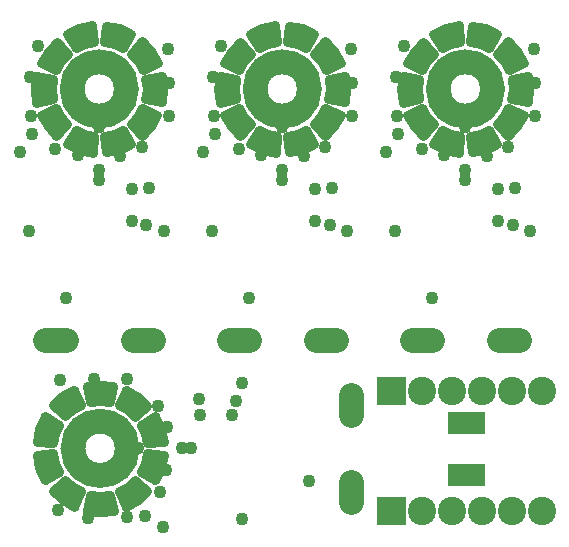
<source format=gbr>
%FSLAX34Y34*%
%MOMM*%
%LNSOLDERMASK_TOP*%
G71*
G01*
%ADD10C, 2.400*%
%ADD11R, 0.700X1.850*%
%ADD12C, 1.100*%
%ADD13C, 2.100*%
%ADD14C, 0.750*%
%ADD15R, 1.300X1.300*%
%LPD*%
G36*
X343597Y-459325D02*
X367597Y-459325D01*
X367597Y-483325D01*
X343597Y-483325D01*
X343597Y-459325D01*
G37*
X380997Y-471325D02*
G54D10*
D03*
X406397Y-471325D02*
G54D10*
D03*
X431797Y-471325D02*
G54D10*
D03*
X457197Y-471325D02*
G54D10*
D03*
X457197Y-369725D02*
G54D10*
D03*
X431797Y-369725D02*
G54D10*
D03*
X406397Y-369725D02*
G54D10*
D03*
X380997Y-369725D02*
G54D10*
D03*
G36*
X343597Y-357725D02*
X367597Y-357725D01*
X367597Y-381725D01*
X343597Y-381725D01*
X343597Y-357725D01*
G37*
X406600Y-441000D02*
G54D11*
D03*
X406600Y-397000D02*
G54D11*
D03*
X411600Y-441000D02*
G54D11*
D03*
X411600Y-397000D02*
G54D11*
D03*
X416600Y-441000D02*
G54D11*
D03*
X416600Y-397000D02*
G54D11*
D03*
X421600Y-441000D02*
G54D11*
D03*
X421600Y-397000D02*
G54D11*
D03*
X426600Y-441000D02*
G54D11*
D03*
X426600Y-397000D02*
G54D11*
D03*
X431600Y-441000D02*
G54D11*
D03*
X431600Y-397000D02*
G54D11*
D03*
X482597Y-471325D02*
G54D10*
D03*
X482597Y-369725D02*
G54D10*
D03*
X108000Y-146000D02*
G54D12*
D03*
X166000Y-80000D02*
G54D12*
D03*
X167000Y-109000D02*
G54D12*
D03*
X167000Y-137000D02*
G54D12*
D03*
X126000Y-171000D02*
G54D12*
D03*
X90000Y-170000D02*
G54D12*
D03*
X50000Y-137000D02*
G54D12*
D03*
X49000Y-104000D02*
G54D12*
D03*
X56000Y-78000D02*
G54D12*
D03*
G54D13*
X136500Y-326500D02*
X153500Y-326500D01*
G54D13*
X62500Y-326500D02*
X79500Y-326500D01*
X150000Y-198000D02*
G54D12*
D03*
X163000Y-234000D02*
G54D12*
D03*
X136000Y-226000D02*
G54D12*
D03*
X136000Y-199000D02*
G54D12*
D03*
X144000Y-163000D02*
G54D12*
D03*
X148000Y-229000D02*
G54D12*
D03*
X48500Y-234000D02*
G54D12*
D03*
X71000Y-165000D02*
G54D12*
D03*
X41000Y-167000D02*
G54D12*
D03*
X80000Y-291000D02*
G54D12*
D03*
X51000Y-152000D02*
G54D12*
D03*
X108000Y-183000D02*
G54D12*
D03*
X108000Y-191000D02*
G54D12*
D03*
G54D13*
G75*
G01X131000Y-114000D02*
G03X131000Y-114000I-23000J0D01*
G01*
G36*
X112250Y-74250D02*
X113644Y-60296D01*
X124687Y-62643D01*
X135000Y-67235D01*
X128000Y-79500D01*
X120500Y-76000D01*
X112250Y-74250D01*
G37*
G54D14*
X112250Y-74250D02*
X113644Y-60296D01*
X124687Y-62643D01*
X135000Y-67235D01*
X128000Y-79500D01*
X120500Y-76000D01*
X112250Y-74250D01*
G36*
X135119Y-84234D02*
X144449Y-73765D01*
X152003Y-82154D01*
X157648Y-91931D01*
X144775Y-97739D01*
X140765Y-90499D01*
X135119Y-84234D01*
G37*
G54D14*
X135119Y-84234D02*
X144449Y-73765D01*
X152003Y-82154D01*
X157648Y-91931D01*
X144775Y-97739D01*
X140765Y-90499D01*
X135119Y-84234D01*
G36*
X147170Y-105645D02*
X160872Y-102659D01*
X162052Y-113886D01*
X160872Y-125114D01*
X147044Y-122246D01*
X148055Y-114032D01*
X147170Y-105645D01*
G37*
G54D14*
X147170Y-105645D02*
X160872Y-102659D01*
X162052Y-113886D01*
X160872Y-125114D01*
X147044Y-122246D01*
X148055Y-114032D01*
X147170Y-105645D01*
G36*
X144491Y-130325D02*
X157332Y-135964D01*
X151687Y-145740D01*
X144133Y-154130D01*
X134631Y-143682D01*
X140277Y-137631D01*
X144491Y-130325D01*
G37*
G54D14*
X144491Y-130325D02*
X157332Y-135964D01*
X151687Y-145740D01*
X144133Y-154130D01*
X134631Y-143682D01*
X140277Y-137631D01*
X144491Y-130325D01*
G36*
X128020Y-148712D02*
X135094Y-160821D01*
X124780Y-165413D01*
X113738Y-167760D01*
X112192Y-153723D01*
X120317Y-152146D01*
X128020Y-148712D01*
G37*
G54D14*
X128020Y-148712D02*
X135094Y-160821D01*
X124780Y-165413D01*
X113738Y-167760D01*
X112192Y-153723D01*
X120317Y-152146D01*
X128020Y-148712D01*
G36*
X103777Y-153852D02*
X102383Y-167806D01*
X91340Y-165459D01*
X81027Y-160867D01*
X88027Y-148602D01*
X95527Y-152102D01*
X103777Y-153852D01*
G37*
G54D14*
X103777Y-153852D02*
X102383Y-167806D01*
X91340Y-165459D01*
X81027Y-160867D01*
X88027Y-148602D01*
X95527Y-152102D01*
X103777Y-153852D01*
G36*
X81158Y-143618D02*
X71828Y-154087D01*
X64274Y-145698D01*
X58629Y-135921D01*
X71502Y-130113D01*
X75512Y-137353D01*
X81158Y-143618D01*
G37*
G54D14*
X81158Y-143618D02*
X71828Y-154087D01*
X64274Y-145698D01*
X58629Y-135921D01*
X71502Y-130113D01*
X75512Y-137353D01*
X81158Y-143618D01*
G36*
X68607Y-122457D02*
X54904Y-125443D01*
X53724Y-114216D01*
X54904Y-102988D01*
X68733Y-105856D01*
X67722Y-114070D01*
X68607Y-122457D01*
G37*
G54D14*
X68607Y-122457D02*
X54904Y-125443D01*
X53724Y-114216D01*
X54904Y-102988D01*
X68733Y-105856D01*
X67722Y-114070D01*
X68607Y-122457D01*
G36*
X71509Y-97675D02*
X58668Y-92036D01*
X64313Y-82260D01*
X71867Y-73870D01*
X81369Y-84318D01*
X75723Y-90369D01*
X71509Y-97675D01*
G37*
G54D14*
X71509Y-97675D02*
X58668Y-92036D01*
X64313Y-82260D01*
X71867Y-73870D01*
X81369Y-84318D01*
X75723Y-90369D01*
X71509Y-97675D01*
G36*
X87980Y-79287D02*
X80906Y-67178D01*
X91219Y-62586D01*
X102262Y-60239D01*
X103808Y-74277D01*
X95683Y-75854D01*
X87980Y-79287D01*
G37*
G54D14*
X87980Y-79287D02*
X80906Y-67178D01*
X91219Y-62586D01*
X102262Y-60239D01*
X103808Y-74277D01*
X95683Y-75854D01*
X87980Y-79287D01*
X155000Y-114000D02*
G54D15*
D03*
X62000Y-114000D02*
G54D15*
D03*
G36*
X117827Y-61810D02*
X130190Y-65827D01*
X126173Y-78190D01*
X113810Y-74173D01*
X117827Y-61810D01*
G37*
G36*
X147438Y-77921D02*
X155079Y-88438D01*
X144562Y-96079D01*
X136921Y-85562D01*
X147438Y-77921D01*
G37*
G36*
X155079Y-139562D02*
X147438Y-150079D01*
X136921Y-142438D01*
X144562Y-131921D01*
X155079Y-139562D01*
G37*
G36*
X130190Y-162174D02*
X117827Y-166190D01*
X113810Y-153827D01*
X126173Y-149810D01*
X130190Y-162174D01*
G37*
G36*
X98173Y-166191D02*
X85809Y-162173D01*
X89827Y-149809D01*
X102191Y-153827D01*
X98173Y-166191D01*
G37*
G36*
X69562Y-150079D02*
X61921Y-139562D01*
X72438Y-131921D01*
X80079Y-142438D01*
X69562Y-150079D01*
G37*
G36*
X69562Y-77921D02*
X80079Y-85562D01*
X72438Y-96079D01*
X61921Y-88438D01*
X69562Y-77921D01*
G37*
G36*
X98173Y-61810D02*
X102190Y-74173D01*
X89827Y-78190D01*
X85810Y-65827D01*
X98173Y-61810D01*
G37*
X263000Y-146000D02*
G54D12*
D03*
X321000Y-80000D02*
G54D12*
D03*
X322000Y-109000D02*
G54D12*
D03*
X322000Y-137000D02*
G54D12*
D03*
X281000Y-171000D02*
G54D12*
D03*
X245000Y-170000D02*
G54D12*
D03*
X205000Y-137000D02*
G54D12*
D03*
X204000Y-104000D02*
G54D12*
D03*
X211000Y-78000D02*
G54D12*
D03*
G54D13*
X291500Y-326500D02*
X308500Y-326500D01*
G54D13*
X217500Y-326500D02*
X234500Y-326500D01*
X305000Y-198000D02*
G54D12*
D03*
X318000Y-234000D02*
G54D12*
D03*
X291000Y-226000D02*
G54D12*
D03*
X291000Y-199000D02*
G54D12*
D03*
X299000Y-163000D02*
G54D12*
D03*
X303000Y-229000D02*
G54D12*
D03*
X203500Y-234000D02*
G54D12*
D03*
X226000Y-165000D02*
G54D12*
D03*
X196000Y-167000D02*
G54D12*
D03*
X235000Y-291000D02*
G54D12*
D03*
X206000Y-152000D02*
G54D12*
D03*
X263000Y-183000D02*
G54D12*
D03*
X263000Y-191000D02*
G54D12*
D03*
G54D13*
G75*
G01X286000Y-114000D02*
G03X286000Y-114000I-23000J0D01*
G01*
G36*
X267250Y-74250D02*
X268644Y-60296D01*
X279687Y-62643D01*
X290000Y-67235D01*
X283000Y-79500D01*
X275500Y-76000D01*
X267250Y-74250D01*
G37*
G54D14*
X267250Y-74250D02*
X268644Y-60296D01*
X279687Y-62643D01*
X290000Y-67235D01*
X283000Y-79500D01*
X275500Y-76000D01*
X267250Y-74250D01*
G36*
X290119Y-84234D02*
X299449Y-73765D01*
X307003Y-82154D01*
X312648Y-91931D01*
X299775Y-97739D01*
X295765Y-90499D01*
X290119Y-84234D01*
G37*
G54D14*
X290119Y-84234D02*
X299449Y-73765D01*
X307003Y-82154D01*
X312648Y-91931D01*
X299775Y-97739D01*
X295765Y-90499D01*
X290119Y-84234D01*
G36*
X302170Y-105645D02*
X315872Y-102659D01*
X317052Y-113886D01*
X315872Y-125114D01*
X302044Y-122246D01*
X303055Y-114032D01*
X302170Y-105645D01*
G37*
G54D14*
X302170Y-105645D02*
X315872Y-102659D01*
X317052Y-113886D01*
X315872Y-125114D01*
X302044Y-122246D01*
X303055Y-114032D01*
X302170Y-105645D01*
G36*
X299491Y-130325D02*
X312332Y-135964D01*
X306687Y-145740D01*
X299133Y-154130D01*
X289631Y-143682D01*
X295277Y-137631D01*
X299491Y-130325D01*
G37*
G54D14*
X299491Y-130325D02*
X312332Y-135964D01*
X306687Y-145740D01*
X299133Y-154130D01*
X289631Y-143682D01*
X295277Y-137631D01*
X299491Y-130325D01*
G36*
X283020Y-148712D02*
X290094Y-160821D01*
X279780Y-165413D01*
X268738Y-167760D01*
X267192Y-153723D01*
X275317Y-152146D01*
X283020Y-148712D01*
G37*
G54D14*
X283020Y-148712D02*
X290094Y-160821D01*
X279780Y-165413D01*
X268738Y-167760D01*
X267192Y-153723D01*
X275317Y-152146D01*
X283020Y-148712D01*
G36*
X258777Y-153852D02*
X257383Y-167806D01*
X246340Y-165459D01*
X236027Y-160867D01*
X243027Y-148602D01*
X250527Y-152102D01*
X258777Y-153852D01*
G37*
G54D14*
X258777Y-153852D02*
X257383Y-167806D01*
X246340Y-165459D01*
X236027Y-160867D01*
X243027Y-148602D01*
X250527Y-152102D01*
X258777Y-153852D01*
G36*
X236158Y-143618D02*
X226828Y-154087D01*
X219274Y-145698D01*
X213629Y-135921D01*
X226502Y-130113D01*
X230512Y-137353D01*
X236158Y-143618D01*
G37*
G54D14*
X236158Y-143618D02*
X226828Y-154087D01*
X219274Y-145698D01*
X213629Y-135921D01*
X226502Y-130113D01*
X230512Y-137353D01*
X236158Y-143618D01*
G36*
X223607Y-122457D02*
X209904Y-125443D01*
X208724Y-114216D01*
X209904Y-102988D01*
X223733Y-105856D01*
X222722Y-114070D01*
X223607Y-122457D01*
G37*
G54D14*
X223607Y-122457D02*
X209904Y-125443D01*
X208724Y-114216D01*
X209904Y-102988D01*
X223733Y-105856D01*
X222722Y-114070D01*
X223607Y-122457D01*
G36*
X226509Y-97675D02*
X213668Y-92036D01*
X219313Y-82260D01*
X226867Y-73870D01*
X236369Y-84318D01*
X230723Y-90369D01*
X226509Y-97675D01*
G37*
G54D14*
X226509Y-97675D02*
X213668Y-92036D01*
X219313Y-82260D01*
X226867Y-73870D01*
X236369Y-84318D01*
X230723Y-90369D01*
X226509Y-97675D01*
G36*
X242980Y-79287D02*
X235906Y-67178D01*
X246219Y-62586D01*
X257262Y-60239D01*
X258808Y-74277D01*
X250683Y-75854D01*
X242980Y-79287D01*
G37*
G54D14*
X242980Y-79287D02*
X235906Y-67178D01*
X246219Y-62586D01*
X257262Y-60239D01*
X258808Y-74277D01*
X250683Y-75854D01*
X242980Y-79287D01*
X310000Y-114000D02*
G54D15*
D03*
X217000Y-114000D02*
G54D15*
D03*
G36*
X272827Y-61810D02*
X285190Y-65827D01*
X281173Y-78190D01*
X268810Y-74173D01*
X272827Y-61810D01*
G37*
G36*
X302438Y-77921D02*
X310079Y-88438D01*
X299562Y-96079D01*
X291921Y-85562D01*
X302438Y-77921D01*
G37*
G36*
X310079Y-139562D02*
X302438Y-150079D01*
X291921Y-142438D01*
X299562Y-131921D01*
X310079Y-139562D01*
G37*
G36*
X285190Y-162174D02*
X272827Y-166190D01*
X268810Y-153827D01*
X281173Y-149810D01*
X285190Y-162174D01*
G37*
G36*
X253173Y-166191D02*
X240809Y-162173D01*
X244827Y-149809D01*
X257191Y-153827D01*
X253173Y-166191D01*
G37*
G36*
X224562Y-150079D02*
X216921Y-139562D01*
X227438Y-131921D01*
X235079Y-142438D01*
X224562Y-150079D01*
G37*
G36*
X224562Y-77921D02*
X235079Y-85562D01*
X227438Y-96079D01*
X216921Y-88438D01*
X224562Y-77921D01*
G37*
G36*
X253173Y-61810D02*
X257190Y-74173D01*
X244827Y-78190D01*
X240810Y-65827D01*
X253173Y-61810D01*
G37*
X418000Y-146000D02*
G54D12*
D03*
X476000Y-80000D02*
G54D12*
D03*
X477000Y-109000D02*
G54D12*
D03*
X477000Y-137000D02*
G54D12*
D03*
X436000Y-171000D02*
G54D12*
D03*
X400000Y-170000D02*
G54D12*
D03*
X360000Y-137000D02*
G54D12*
D03*
X359000Y-104000D02*
G54D12*
D03*
X366000Y-78000D02*
G54D12*
D03*
G54D13*
X446500Y-326500D02*
X463500Y-326500D01*
G54D13*
X372500Y-326500D02*
X389500Y-326500D01*
X460000Y-198000D02*
G54D12*
D03*
X473000Y-234000D02*
G54D12*
D03*
X446000Y-226000D02*
G54D12*
D03*
X446000Y-199000D02*
G54D12*
D03*
X454000Y-163000D02*
G54D12*
D03*
X458000Y-229000D02*
G54D12*
D03*
X358500Y-234000D02*
G54D12*
D03*
X381000Y-165000D02*
G54D12*
D03*
X351000Y-167000D02*
G54D12*
D03*
X390000Y-291000D02*
G54D12*
D03*
X361000Y-152000D02*
G54D12*
D03*
X418000Y-183000D02*
G54D12*
D03*
X418000Y-191000D02*
G54D12*
D03*
G54D13*
G75*
G01X441000Y-114000D02*
G03X441000Y-114000I-23000J0D01*
G01*
G36*
X422250Y-74250D02*
X423644Y-60296D01*
X434687Y-62643D01*
X445000Y-67235D01*
X438000Y-79500D01*
X430500Y-76000D01*
X422250Y-74250D01*
G37*
G54D14*
X422250Y-74250D02*
X423644Y-60296D01*
X434687Y-62643D01*
X445000Y-67235D01*
X438000Y-79500D01*
X430500Y-76000D01*
X422250Y-74250D01*
G36*
X445119Y-84234D02*
X454449Y-73765D01*
X462003Y-82154D01*
X467648Y-91931D01*
X454775Y-97739D01*
X450765Y-90499D01*
X445119Y-84234D01*
G37*
G54D14*
X445119Y-84234D02*
X454449Y-73765D01*
X462003Y-82154D01*
X467648Y-91931D01*
X454775Y-97739D01*
X450765Y-90499D01*
X445119Y-84234D01*
G36*
X457170Y-105645D02*
X470872Y-102659D01*
X472052Y-113886D01*
X470872Y-125114D01*
X457044Y-122246D01*
X458055Y-114032D01*
X457170Y-105645D01*
G37*
G54D14*
X457170Y-105645D02*
X470872Y-102659D01*
X472052Y-113886D01*
X470872Y-125114D01*
X457044Y-122246D01*
X458055Y-114032D01*
X457170Y-105645D01*
G36*
X454491Y-130325D02*
X467332Y-135964D01*
X461687Y-145740D01*
X454133Y-154130D01*
X444631Y-143682D01*
X450277Y-137631D01*
X454491Y-130325D01*
G37*
G54D14*
X454491Y-130325D02*
X467332Y-135964D01*
X461687Y-145740D01*
X454133Y-154130D01*
X444631Y-143682D01*
X450277Y-137631D01*
X454491Y-130325D01*
G36*
X438020Y-148712D02*
X445094Y-160821D01*
X434780Y-165413D01*
X423738Y-167760D01*
X422192Y-153723D01*
X430317Y-152146D01*
X438020Y-148712D01*
G37*
G54D14*
X438020Y-148712D02*
X445094Y-160821D01*
X434780Y-165413D01*
X423738Y-167760D01*
X422192Y-153723D01*
X430317Y-152146D01*
X438020Y-148712D01*
G36*
X413777Y-153852D02*
X412383Y-167806D01*
X401340Y-165459D01*
X391027Y-160867D01*
X398027Y-148602D01*
X405527Y-152102D01*
X413777Y-153852D01*
G37*
G54D14*
X413777Y-153852D02*
X412383Y-167806D01*
X401340Y-165459D01*
X391027Y-160867D01*
X398027Y-148602D01*
X405527Y-152102D01*
X413777Y-153852D01*
G36*
X391158Y-143618D02*
X381828Y-154087D01*
X374274Y-145698D01*
X368629Y-135921D01*
X381502Y-130113D01*
X385512Y-137353D01*
X391158Y-143618D01*
G37*
G54D14*
X391158Y-143618D02*
X381828Y-154087D01*
X374274Y-145698D01*
X368629Y-135921D01*
X381502Y-130113D01*
X385512Y-137353D01*
X391158Y-143618D01*
G36*
X378607Y-122457D02*
X364904Y-125443D01*
X363724Y-114216D01*
X364904Y-102988D01*
X378733Y-105856D01*
X377722Y-114070D01*
X378607Y-122457D01*
G37*
G54D14*
X378607Y-122457D02*
X364904Y-125443D01*
X363724Y-114216D01*
X364904Y-102988D01*
X378733Y-105856D01*
X377722Y-114070D01*
X378607Y-122457D01*
G36*
X381509Y-97675D02*
X368668Y-92036D01*
X374313Y-82260D01*
X381867Y-73870D01*
X391369Y-84318D01*
X385723Y-90369D01*
X381509Y-97675D01*
G37*
G54D14*
X381509Y-97675D02*
X368668Y-92036D01*
X374313Y-82260D01*
X381867Y-73870D01*
X391369Y-84318D01*
X385723Y-90369D01*
X381509Y-97675D01*
G36*
X397980Y-79287D02*
X390906Y-67178D01*
X401219Y-62586D01*
X412262Y-60239D01*
X413808Y-74277D01*
X405683Y-75854D01*
X397980Y-79287D01*
G37*
G54D14*
X397980Y-79287D02*
X390906Y-67178D01*
X401219Y-62586D01*
X412262Y-60239D01*
X413808Y-74277D01*
X405683Y-75854D01*
X397980Y-79287D01*
X465000Y-114000D02*
G54D15*
D03*
X372000Y-114000D02*
G54D15*
D03*
G36*
X427827Y-61810D02*
X440190Y-65827D01*
X436173Y-78190D01*
X423809Y-74173D01*
X427827Y-61810D01*
G37*
G36*
X457438Y-77921D02*
X465079Y-88438D01*
X454562Y-96079D01*
X446921Y-85562D01*
X457438Y-77921D01*
G37*
G36*
X465079Y-139562D02*
X457438Y-150079D01*
X446921Y-142438D01*
X454562Y-131921D01*
X465079Y-139562D01*
G37*
G36*
X440190Y-162174D02*
X427827Y-166190D01*
X423810Y-153827D01*
X436173Y-149810D01*
X440190Y-162174D01*
G37*
G36*
X408173Y-166191D02*
X395809Y-162173D01*
X399827Y-149809D01*
X412191Y-153827D01*
X408173Y-166191D01*
G37*
G36*
X379562Y-150079D02*
X371921Y-139562D01*
X382438Y-131921D01*
X390079Y-142438D01*
X379562Y-150079D01*
G37*
G36*
X379562Y-77921D02*
X390079Y-85562D01*
X382438Y-96079D01*
X371921Y-88438D01*
X379562Y-77921D01*
G37*
G36*
X408173Y-61810D02*
X412190Y-74173D01*
X399827Y-78190D01*
X395810Y-65827D01*
X408173Y-61810D01*
G37*
X140750Y-418250D02*
G54D12*
D03*
X74750Y-360250D02*
G54D12*
D03*
X103750Y-359250D02*
G54D12*
D03*
X131750Y-359250D02*
G54D12*
D03*
X165750Y-400250D02*
G54D12*
D03*
X164750Y-436250D02*
G54D12*
D03*
X131750Y-476250D02*
G54D12*
D03*
X98750Y-477250D02*
G54D12*
D03*
X72750Y-470250D02*
G54D12*
D03*
G54D13*
X321250Y-389750D02*
X321250Y-372750D01*
G54D13*
X321250Y-463750D02*
X321250Y-446750D01*
X192750Y-376250D02*
G54D12*
D03*
X228750Y-363250D02*
G54D12*
D03*
X220750Y-390250D02*
G54D12*
D03*
X193750Y-390250D02*
G54D12*
D03*
X157750Y-382250D02*
G54D12*
D03*
X223750Y-378250D02*
G54D12*
D03*
X228750Y-477750D02*
G54D12*
D03*
X159750Y-455250D02*
G54D12*
D03*
X161750Y-485250D02*
G54D12*
D03*
X285750Y-446250D02*
G54D12*
D03*
X146750Y-475250D02*
G54D12*
D03*
X177750Y-418250D02*
G54D12*
D03*
X185750Y-418250D02*
G54D12*
D03*
G54D13*
G75*
G01X131750Y-418250D02*
G03X131750Y-418250I-23000J0D01*
G01*
G36*
X69000Y-414000D02*
X55046Y-412606D01*
X57393Y-401563D01*
X61985Y-391250D01*
X74250Y-398250D01*
X70750Y-405750D01*
X69000Y-414000D01*
G37*
G54D14*
X69000Y-414000D02*
X55046Y-412606D01*
X57393Y-401563D01*
X61985Y-391250D01*
X74250Y-398250D01*
X70750Y-405750D01*
X69000Y-414000D01*
G36*
X78984Y-391131D02*
X68515Y-381801D01*
X76904Y-374247D01*
X86681Y-368602D01*
X92489Y-381475D01*
X85249Y-385485D01*
X78984Y-391131D01*
G37*
G54D14*
X78984Y-391131D02*
X68515Y-381801D01*
X76904Y-374247D01*
X86681Y-368602D01*
X92489Y-381475D01*
X85249Y-385485D01*
X78984Y-391131D01*
G36*
X100395Y-379080D02*
X97409Y-365378D01*
X108636Y-364198D01*
X119864Y-365378D01*
X116997Y-379206D01*
X108782Y-378195D01*
X100395Y-379080D01*
G37*
G54D14*
X100395Y-379080D02*
X97409Y-365378D01*
X108636Y-364198D01*
X119864Y-365378D01*
X116997Y-379206D01*
X108782Y-378195D01*
X100395Y-379080D01*
G36*
X125075Y-381759D02*
X130714Y-368918D01*
X140490Y-374563D01*
X148880Y-382117D01*
X138432Y-391619D01*
X132381Y-385973D01*
X125075Y-381759D01*
G37*
G54D14*
X125075Y-381759D02*
X130714Y-368918D01*
X140490Y-374563D01*
X148880Y-382117D01*
X138432Y-391619D01*
X132381Y-385973D01*
X125075Y-381759D01*
G36*
X143462Y-398230D02*
X155571Y-391156D01*
X160163Y-401470D01*
X162510Y-412512D01*
X148473Y-414058D01*
X146896Y-405933D01*
X143462Y-398230D01*
G37*
G54D14*
X143462Y-398230D02*
X155571Y-391156D01*
X160163Y-401470D01*
X162510Y-412512D01*
X148473Y-414058D01*
X146896Y-405933D01*
X143462Y-398230D01*
G36*
X148602Y-422473D02*
X162556Y-423867D01*
X160209Y-434910D01*
X155617Y-445223D01*
X143352Y-438223D01*
X146852Y-430723D01*
X148602Y-422473D01*
G37*
G54D14*
X148602Y-422473D02*
X162556Y-423867D01*
X160209Y-434910D01*
X155617Y-445223D01*
X143352Y-438223D01*
X146852Y-430723D01*
X148602Y-422473D01*
G36*
X138368Y-445092D02*
X148837Y-454422D01*
X140448Y-461976D01*
X130671Y-467621D01*
X124863Y-454748D01*
X132103Y-450738D01*
X138368Y-445092D01*
G37*
G54D14*
X138368Y-445092D02*
X148837Y-454422D01*
X140448Y-461976D01*
X130671Y-467621D01*
X124863Y-454748D01*
X132103Y-450738D01*
X138368Y-445092D01*
G36*
X117207Y-457643D02*
X120193Y-471346D01*
X108966Y-472526D01*
X97738Y-471346D01*
X100606Y-457517D01*
X108820Y-458528D01*
X117207Y-457643D01*
G37*
G54D14*
X117207Y-457643D02*
X120193Y-471346D01*
X108966Y-472526D01*
X97738Y-471346D01*
X100606Y-457517D01*
X108820Y-458528D01*
X117207Y-457643D01*
G36*
X92425Y-454741D02*
X86786Y-467582D01*
X77010Y-461937D01*
X68620Y-454383D01*
X79068Y-444881D01*
X85119Y-450527D01*
X92425Y-454741D01*
G37*
G54D14*
X92425Y-454741D02*
X86786Y-467582D01*
X77010Y-461937D01*
X68620Y-454383D01*
X79068Y-444881D01*
X85119Y-450527D01*
X92425Y-454741D01*
G36*
X74037Y-438270D02*
X61928Y-445344D01*
X57337Y-435031D01*
X54989Y-423988D01*
X69027Y-422442D01*
X70604Y-430567D01*
X74037Y-438270D01*
G37*
G54D14*
X74037Y-438270D02*
X61928Y-445344D01*
X57337Y-435031D01*
X54989Y-423988D01*
X69027Y-422442D01*
X70604Y-430567D01*
X74037Y-438270D01*
X108750Y-371250D02*
G54D15*
D03*
X108750Y-464250D02*
G54D15*
D03*
G36*
X56560Y-408423D02*
X60577Y-396060D01*
X72940Y-400077D01*
X68923Y-412440D01*
X56560Y-408423D01*
G37*
G36*
X72671Y-378812D02*
X83188Y-371171D01*
X90829Y-381688D01*
X80312Y-389329D01*
X72671Y-378812D01*
G37*
G36*
X134312Y-371171D02*
X144829Y-378812D01*
X137188Y-389329D01*
X126671Y-381688D01*
X134312Y-371171D01*
G37*
G36*
X156923Y-396060D02*
X160940Y-408423D01*
X148577Y-412440D01*
X144560Y-400077D01*
X156923Y-396060D01*
G37*
G36*
X160941Y-428077D02*
X156923Y-440441D01*
X144559Y-436423D01*
X148577Y-424059D01*
X160941Y-428077D01*
G37*
G36*
X144829Y-456688D02*
X134312Y-464329D01*
X126671Y-453812D01*
X137188Y-446171D01*
X144829Y-456688D01*
G37*
G36*
X72671Y-456688D02*
X80312Y-446171D01*
X90829Y-453812D01*
X83188Y-464329D01*
X72671Y-456688D01*
G37*
G36*
X56559Y-428077D02*
X68923Y-424060D01*
X72940Y-436423D01*
X60577Y-440440D01*
X56559Y-428077D01*
G37*
M02*

</source>
